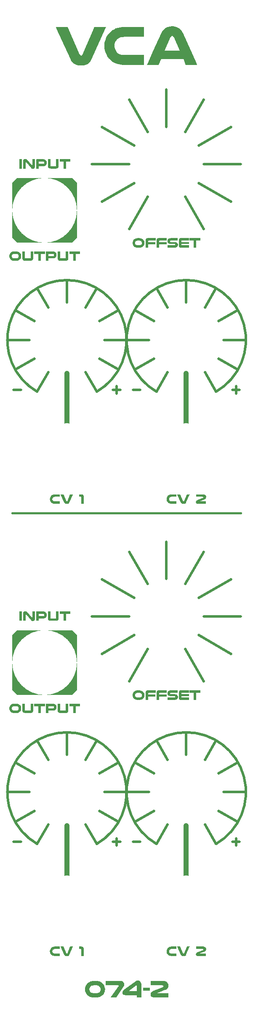
<source format=gto>
%TF.GenerationSoftware,KiCad,Pcbnew,9.0.0*%
%TF.CreationDate,2025-03-16T11:37:03+01:00*%
%TF.ProjectId,DMH_Transistor_VCA_PANEL,444d485f-5472-4616-9e73-6973746f725f,rev?*%
%TF.SameCoordinates,Original*%
%TF.FileFunction,Legend,Top*%
%TF.FilePolarity,Positive*%
%FSLAX46Y46*%
G04 Gerber Fmt 4.6, Leading zero omitted, Abs format (unit mm)*
G04 Created by KiCad (PCBNEW 9.0.0) date 2025-03-16 11:37:03*
%MOMM*%
%LPD*%
G01*
G04 APERTURE LIST*
%ADD10C,1.000000*%
%ADD11C,0.400000*%
%ADD12C,0.800000*%
%ADD13C,0.875000*%
%ADD14C,0.150000*%
%ADD15C,0.500000*%
%ADD16C,0.000000*%
%ADD17C,12.000000*%
%ADD18C,0.500000*%
%ADD19C,4.000000*%
%ADD20O,2.500000X1.500000*%
G04 APERTURE END LIST*
D10*
X63000000Y-112000000D02*
X63000000Y-102000000D01*
X63000000Y-202750000D02*
X63000000Y-192750000D01*
D11*
X52000000Y-130000000D02*
X98000000Y-130000000D01*
D10*
X87000000Y-202750000D02*
X87000000Y-192750000D01*
X87000000Y-112000000D02*
X87000000Y-102000000D01*
D12*
G36*
X63647593Y-38801891D02*
G01*
X63868032Y-39208240D01*
X64131234Y-39543203D01*
X64439033Y-39807810D01*
X64793263Y-40003088D01*
X65195757Y-40130067D01*
X65648349Y-40189774D01*
X65843824Y-40195052D01*
X66319460Y-40161965D01*
X66740892Y-40062018D01*
X67111162Y-39894183D01*
X67433311Y-39657431D01*
X67710380Y-39350734D01*
X67945410Y-38973062D01*
X68028332Y-38801891D01*
X70738451Y-32779839D01*
X70861549Y-32441807D01*
X68497279Y-32441807D01*
X68407397Y-32711451D01*
X66168179Y-37959741D01*
X65853594Y-38196168D01*
X65529240Y-37959741D01*
X63266574Y-32711451D01*
X63188416Y-32441807D01*
X60790928Y-32441807D01*
X60914027Y-32779839D01*
X63647593Y-38801891D01*
G37*
G36*
X78515143Y-38076978D02*
G01*
X74550593Y-38076978D01*
X74113080Y-38045361D01*
X73689571Y-37936626D01*
X73340297Y-37758351D01*
X73026518Y-37484933D01*
X72788746Y-37155530D01*
X72629184Y-36774034D01*
X72559640Y-36354757D01*
X72557572Y-36267627D01*
X72606331Y-35846507D01*
X72745478Y-35456947D01*
X72964320Y-35113813D01*
X73116399Y-34948715D01*
X73455885Y-34696766D01*
X73834909Y-34538911D01*
X74248440Y-34462369D01*
X74550593Y-34448506D01*
X78515143Y-34448506D01*
X78515143Y-32441807D01*
X74550593Y-32441807D01*
X74107228Y-32459385D01*
X73692416Y-32510989D01*
X73305218Y-32594924D01*
X72858624Y-32742729D01*
X72451878Y-32935094D01*
X72083146Y-33168712D01*
X71750593Y-33440272D01*
X71420079Y-33787663D01*
X71134877Y-34176351D01*
X70899371Y-34601551D01*
X70749691Y-34964782D01*
X70636866Y-35345869D01*
X70563138Y-35742360D01*
X70530753Y-36151805D01*
X70529379Y-36255903D01*
X70555920Y-36722989D01*
X70633516Y-37171354D01*
X70759126Y-37597733D01*
X70929708Y-37998862D01*
X71142222Y-38371476D01*
X71393627Y-38712311D01*
X71504397Y-38839016D01*
X71851943Y-39174083D01*
X72245151Y-39462193D01*
X72593465Y-39656165D01*
X72972497Y-39815448D01*
X73382910Y-39937980D01*
X73825368Y-40021700D01*
X74300536Y-40064547D01*
X74550593Y-40070000D01*
X78515143Y-40070000D01*
X78515143Y-38076978D01*
G37*
G36*
X84341772Y-32322140D02*
G01*
X84790294Y-32382856D01*
X85190060Y-32511397D01*
X85542635Y-32708167D01*
X85849585Y-32973567D01*
X86112474Y-33308000D01*
X86332868Y-33711870D01*
X89066434Y-39726106D01*
X89189533Y-40070000D01*
X86903420Y-40070000D01*
X86815492Y-39806217D01*
X86411026Y-38864417D01*
X81930635Y-38864417D01*
X81539847Y-39794494D01*
X81459735Y-40070000D01*
X79118912Y-40070000D01*
X79242010Y-39726106D01*
X80383936Y-37193796D01*
X82671180Y-37193796D01*
X85672436Y-37193796D01*
X84507886Y-34493447D01*
X84494320Y-34463444D01*
X84160084Y-34258974D01*
X84147480Y-34259142D01*
X83824006Y-34493447D01*
X82671180Y-37193796D01*
X80383936Y-37193796D01*
X81954083Y-33711870D01*
X82036986Y-33541964D01*
X82271918Y-33165917D01*
X82549104Y-32859145D01*
X82871942Y-32621246D01*
X83243832Y-32451816D01*
X83668171Y-32350453D01*
X84148360Y-32316755D01*
X84341772Y-32322140D01*
G37*
D13*
G36*
X68976488Y-223893568D02*
G01*
X69152175Y-223905313D01*
X69317283Y-223929624D01*
X69473154Y-223966196D01*
X69618952Y-224014298D01*
X69758376Y-224074980D01*
X69887899Y-224146500D01*
X70013418Y-224232387D01*
X70128851Y-224328709D01*
X70250509Y-224453742D01*
X70427607Y-224696849D01*
X70557332Y-224965618D01*
X70636341Y-225251559D01*
X70662919Y-225547725D01*
X70662865Y-225561527D01*
X70654629Y-225717379D01*
X70632825Y-225868689D01*
X70597348Y-226017389D01*
X70549131Y-226160071D01*
X70488025Y-226297700D01*
X70415233Y-226427799D01*
X70331092Y-226550146D01*
X70236562Y-226663518D01*
X70077392Y-226815963D01*
X69839621Y-226979464D01*
X69708413Y-227045113D01*
X69567876Y-227100070D01*
X69417663Y-227143855D01*
X69257765Y-227175872D01*
X69085939Y-227195753D01*
X68903851Y-227202501D01*
X68399062Y-227202501D01*
X68148958Y-227189555D01*
X67983309Y-227165145D01*
X67827404Y-227128692D01*
X67679974Y-227080298D01*
X67542110Y-227020738D01*
X67410783Y-226948799D01*
X67289119Y-226866303D01*
X67172711Y-226769982D01*
X67066351Y-226663518D01*
X67046950Y-226641937D01*
X66873126Y-226403931D01*
X66745065Y-226137206D01*
X66666561Y-225849585D01*
X66640409Y-225552426D01*
X67526902Y-225552426D01*
X67544136Y-225714176D01*
X67573066Y-225814604D01*
X67614732Y-225909085D01*
X67668351Y-225996778D01*
X67732707Y-226076022D01*
X67778103Y-226121826D01*
X67937139Y-226232588D01*
X68032562Y-226273619D01*
X68139491Y-226304088D01*
X68262445Y-226323639D01*
X68399062Y-226330340D01*
X68903851Y-226330340D01*
X68984564Y-226328080D01*
X69109151Y-226314520D01*
X69221336Y-226289369D01*
X69322818Y-226252921D01*
X69412984Y-226206164D01*
X69497193Y-226146018D01*
X69570207Y-226076022D01*
X69672350Y-225937830D01*
X69749826Y-225751199D01*
X69776012Y-225552426D01*
X69775865Y-225537276D01*
X69766667Y-225432109D01*
X69743804Y-225330683D01*
X69707577Y-225232955D01*
X69659122Y-225141642D01*
X69530884Y-224985020D01*
X69521089Y-224976058D01*
X69362691Y-224865872D01*
X69270439Y-224825831D01*
X69166127Y-224795924D01*
X69043320Y-224776495D01*
X68903851Y-224769811D01*
X68399062Y-224769811D01*
X68156901Y-224791668D01*
X68048207Y-224820317D01*
X67952354Y-224859647D01*
X67856180Y-224916587D01*
X67771816Y-224985020D01*
X67755899Y-225000351D01*
X67688187Y-225077249D01*
X67631074Y-225162847D01*
X67553197Y-225351667D01*
X67526902Y-225552426D01*
X66640409Y-225552426D01*
X66639995Y-225547725D01*
X66647252Y-225392268D01*
X66668551Y-225240859D01*
X66703241Y-225093958D01*
X66751730Y-224949518D01*
X66812780Y-224811198D01*
X66886607Y-224678250D01*
X66971871Y-224553052D01*
X67174062Y-224328709D01*
X67232496Y-224277663D01*
X67469675Y-224114372D01*
X67599595Y-224049148D01*
X67739012Y-223994421D01*
X67887677Y-223950934D01*
X68046411Y-223919059D01*
X68217273Y-223899258D01*
X68399062Y-223892521D01*
X68903851Y-223892521D01*
X68976488Y-223893568D01*
G37*
G36*
X73321289Y-224769811D02*
G01*
X73362799Y-224776100D01*
X73389626Y-224792764D01*
X73409338Y-224848030D01*
X73403915Y-224885991D01*
X73380059Y-224931164D01*
X71870822Y-227065511D01*
X71797305Y-227202501D01*
X72914594Y-227202501D01*
X72983195Y-227075342D01*
X74350314Y-225068368D01*
X74437831Y-224928017D01*
X74494733Y-224810696D01*
X74524724Y-224719137D01*
X74538739Y-224636736D01*
X74541373Y-224578539D01*
X74515072Y-224387559D01*
X74438305Y-224214802D01*
X74369762Y-224122904D01*
X74302459Y-224055576D01*
X74224354Y-223998493D01*
X74140833Y-223955232D01*
X74046639Y-223922640D01*
X73942588Y-223901726D01*
X73826997Y-223892799D01*
X73801501Y-223892521D01*
X70787941Y-223892521D01*
X70787941Y-224769811D01*
X73321289Y-224769811D01*
G37*
G36*
X77446783Y-223828064D02*
G01*
X77619649Y-223888441D01*
X77758601Y-223987196D01*
X77857738Y-224117778D01*
X77895406Y-224202448D01*
X77924040Y-224302834D01*
X77943038Y-224426199D01*
X77949660Y-224570631D01*
X77949660Y-227202501D01*
X77058051Y-227202501D01*
X77058051Y-226737462D01*
X74750170Y-226737462D01*
X74558799Y-226722776D01*
X74463989Y-226700163D01*
X74384134Y-226668128D01*
X74313067Y-226624079D01*
X74255212Y-226570980D01*
X74236898Y-226549055D01*
X74192567Y-226479508D01*
X74160687Y-226401676D01*
X74139666Y-226308392D01*
X74132755Y-226208310D01*
X74132919Y-226194495D01*
X74158758Y-226046061D01*
X74189662Y-225975504D01*
X74232369Y-225909540D01*
X75490043Y-225909540D01*
X75498689Y-225940532D01*
X75516751Y-225957118D01*
X75543898Y-225963395D01*
X77058051Y-225963395D01*
X77058051Y-224938430D01*
X77051743Y-224897322D01*
X77035356Y-224866992D01*
X76984534Y-224840336D01*
X76947081Y-224845866D01*
X76906102Y-224869829D01*
X75524237Y-225855471D01*
X75521598Y-225857104D01*
X75497407Y-225879776D01*
X75490043Y-225909540D01*
X74232369Y-225909540D01*
X74235551Y-225904625D01*
X74254204Y-225880839D01*
X74330989Y-225801888D01*
X74456102Y-225703521D01*
X76812923Y-223977365D01*
X76884032Y-223928482D01*
X77065563Y-223841011D01*
X77167227Y-223817695D01*
X77273474Y-223810456D01*
X77446783Y-223828064D01*
G37*
G36*
X78340113Y-225834741D02*
G01*
X79673037Y-225834741D01*
X79673037Y-225271394D01*
X78340113Y-225271394D01*
X78340113Y-225834741D01*
G37*
G36*
X79878843Y-224769811D02*
G01*
X82171978Y-224769811D01*
X82254078Y-224776826D01*
X82318169Y-224798574D01*
X82355193Y-224826307D01*
X82380799Y-224864059D01*
X82397444Y-224950826D01*
X82390563Y-225004009D01*
X82369747Y-225049492D01*
X82292084Y-225117738D01*
X82230962Y-225146373D01*
X80295368Y-225919371D01*
X80180828Y-225972858D01*
X80084731Y-226032134D01*
X80006016Y-226095946D01*
X79942796Y-226163643D01*
X79855393Y-226311695D01*
X79814353Y-226477773D01*
X79810241Y-226555807D01*
X79817162Y-226652877D01*
X79838254Y-226748425D01*
X79871947Y-226836016D01*
X79919353Y-226918457D01*
X79976529Y-226989329D01*
X80046441Y-227052571D01*
X80124771Y-227104097D01*
X80215151Y-227146131D01*
X80314850Y-227176678D01*
X80426492Y-227195861D01*
X80550114Y-227202501D01*
X83382445Y-227202501D01*
X83382445Y-226354917D01*
X81285071Y-226354917D01*
X81257582Y-226348475D01*
X81238073Y-226330734D01*
X81231215Y-226305977D01*
X81256180Y-226264562D01*
X81270538Y-226257036D01*
X82765030Y-225713993D01*
X82882516Y-225663650D01*
X82988954Y-225603589D01*
X83084680Y-225534243D01*
X83168853Y-225456810D01*
X83241830Y-225371445D01*
X83302681Y-225279646D01*
X83387763Y-225078474D01*
X83421153Y-224860506D01*
X83421555Y-224833284D01*
X83414769Y-224711776D01*
X83394624Y-224595820D01*
X83362081Y-224487872D01*
X83317223Y-224386677D01*
X83261279Y-224294252D01*
X83193965Y-224209702D01*
X83116357Y-224134354D01*
X83028156Y-224068012D01*
X82929832Y-224011406D01*
X82821514Y-223965042D01*
X82702829Y-223929392D01*
X82574610Y-223905376D01*
X82377783Y-223892521D01*
X79878843Y-223892521D01*
X79878843Y-224769811D01*
G37*
D14*
G36*
X61556647Y-127631622D02*
G01*
X60565509Y-127631622D01*
X60487442Y-127627793D01*
X60417183Y-127616621D01*
X60356080Y-127599210D01*
X60301553Y-127575764D01*
X60210675Y-127512471D01*
X60184735Y-127486297D01*
X60147960Y-127441015D01*
X60117320Y-127390905D01*
X60093511Y-127336916D01*
X60076980Y-127279528D01*
X60067132Y-127187100D01*
X60082158Y-127072380D01*
X60126659Y-126964483D01*
X60159295Y-126915570D01*
X60197987Y-126871628D01*
X60207083Y-126862868D01*
X60255291Y-126823763D01*
X60310247Y-126791226D01*
X60365020Y-126768752D01*
X60427131Y-126752381D01*
X60565509Y-126739891D01*
X61556647Y-126739891D01*
X61556647Y-126238583D01*
X60565509Y-126238583D01*
X60461630Y-126242432D01*
X60363994Y-126253747D01*
X60273289Y-126271962D01*
X60188338Y-126296811D01*
X60108671Y-126328084D01*
X60034431Y-126365355D01*
X59898900Y-126458664D01*
X59865509Y-126487833D01*
X59749971Y-126616029D01*
X59701249Y-126687571D01*
X59659062Y-126763541D01*
X59624176Y-126842581D01*
X59596468Y-126925118D01*
X59576646Y-127009061D01*
X59564475Y-127095581D01*
X59560328Y-127184413D01*
X59575508Y-127356905D01*
X59620368Y-127521260D01*
X59693546Y-127673674D01*
X59792873Y-127809677D01*
X59803960Y-127822009D01*
X59864737Y-127882846D01*
X59931256Y-127937887D01*
X60000778Y-127985027D01*
X60075822Y-128026135D01*
X60154601Y-128060170D01*
X60238847Y-128087823D01*
X60327936Y-128108653D01*
X60422593Y-128122602D01*
X60565509Y-128130000D01*
X61556647Y-128130000D01*
X61556647Y-127631622D01*
G37*
G36*
X62421877Y-127822254D02*
G01*
X62458323Y-127893246D01*
X62499689Y-127955918D01*
X62542810Y-128006923D01*
X62590450Y-128050835D01*
X62640861Y-128086575D01*
X62695701Y-128115819D01*
X62819764Y-128155194D01*
X62970691Y-128169078D01*
X63054323Y-128165156D01*
X63131359Y-128153334D01*
X63196958Y-128135292D01*
X63257332Y-128110352D01*
X63310602Y-128079831D01*
X63359412Y-128042821D01*
X63444671Y-127948673D01*
X63516574Y-127822254D01*
X64194225Y-126322602D01*
X64225000Y-126238583D01*
X63634176Y-126238583D01*
X63611828Y-126305750D01*
X63051779Y-127612327D01*
X63034471Y-127642458D01*
X63014296Y-127660856D01*
X62973377Y-127671067D01*
X62946165Y-127666974D01*
X62921729Y-127653950D01*
X62892289Y-127612327D01*
X62326622Y-126305750D01*
X62307083Y-126238583D01*
X61707833Y-126238583D01*
X61738608Y-126322602D01*
X62421877Y-127822254D01*
G37*
G36*
X65488468Y-126238583D02*
G01*
X65488468Y-126739891D01*
X65799267Y-126739891D01*
X65829418Y-126743832D01*
X65851269Y-126755788D01*
X65870245Y-126793750D01*
X65872174Y-126818171D01*
X65872174Y-128130000D01*
X66376169Y-128130000D01*
X66376169Y-126742578D01*
X66372112Y-126636663D01*
X66359346Y-126544096D01*
X66342073Y-126478849D01*
X66318070Y-126421875D01*
X66291044Y-126378482D01*
X66258137Y-126341202D01*
X66177997Y-126286617D01*
X66069548Y-126252156D01*
X65908566Y-126238583D01*
X65488468Y-126238583D01*
G37*
G36*
X53392515Y-58988583D02*
G01*
X53392515Y-60880000D01*
X53902128Y-60880000D01*
X53902128Y-58988583D01*
X53392515Y-58988583D01*
G37*
G36*
X56534089Y-58988583D02*
G01*
X56038520Y-58988583D01*
X56038520Y-60211385D01*
X56034857Y-60235490D01*
X56024841Y-60251795D01*
X55999319Y-60261699D01*
X55974452Y-60257852D01*
X55951692Y-60239351D01*
X55027721Y-59134152D01*
X54974423Y-59074903D01*
X54920380Y-59027972D01*
X54871744Y-58996457D01*
X54820419Y-58972763D01*
X54707120Y-58946323D01*
X54618981Y-58941688D01*
X54541934Y-58945687D01*
X54470200Y-58958050D01*
X54412089Y-58976278D01*
X54359214Y-59001778D01*
X54316239Y-59031497D01*
X54278392Y-59067778D01*
X54247560Y-59108554D01*
X54222041Y-59155736D01*
X54188371Y-59269745D01*
X54179344Y-59384989D01*
X54179344Y-60880000D01*
X54677721Y-60880000D01*
X54677721Y-59595282D01*
X54681353Y-59573526D01*
X54691144Y-59557092D01*
X54724003Y-59542056D01*
X54725349Y-59542037D01*
X54744053Y-59545945D01*
X54761153Y-59557669D01*
X54770167Y-59567316D01*
X55808932Y-60770701D01*
X55849925Y-60812155D01*
X55894959Y-60846419D01*
X55995825Y-60893814D01*
X56119251Y-60916861D01*
X56178471Y-60919078D01*
X56235556Y-60915120D01*
X56290662Y-60903044D01*
X56339462Y-60884140D01*
X56384741Y-60857626D01*
X56423105Y-60825753D01*
X56456932Y-60786818D01*
X56484411Y-60742745D01*
X56506465Y-60691839D01*
X56522304Y-60634740D01*
X56531665Y-60570646D01*
X56534089Y-60513513D01*
X56534089Y-58988583D01*
G37*
G36*
X58353339Y-58999453D02*
G01*
X58435004Y-59014902D01*
X58509376Y-59036626D01*
X58578855Y-59065156D01*
X58641785Y-59099570D01*
X58703549Y-59143281D01*
X58759019Y-59193014D01*
X58833852Y-59281132D01*
X58908270Y-59411146D01*
X58953748Y-59551712D01*
X58968946Y-59696032D01*
X58967894Y-59733887D01*
X58959650Y-59808421D01*
X58943556Y-59881076D01*
X58919400Y-59952888D01*
X58887895Y-60021620D01*
X58849155Y-60087193D01*
X58803838Y-60148492D01*
X58765235Y-60191013D01*
X58656682Y-60280127D01*
X58595277Y-60315895D01*
X58527923Y-60346097D01*
X58454430Y-60370306D01*
X58374435Y-60388165D01*
X58286145Y-60399399D01*
X58190544Y-60403237D01*
X57319818Y-60403237D01*
X57319818Y-60880000D01*
X56813014Y-60880000D01*
X56813014Y-59528848D01*
X57319818Y-59528848D01*
X57319818Y-59938443D01*
X58201779Y-59938443D01*
X58271404Y-59933348D01*
X58317361Y-59922341D01*
X58355920Y-59905599D01*
X58391452Y-59880522D01*
X58420132Y-59849295D01*
X58450253Y-59796432D01*
X58461160Y-59757970D01*
X58464951Y-59715572D01*
X58455708Y-59647764D01*
X58440094Y-59608598D01*
X58417324Y-59573422D01*
X58385313Y-59542248D01*
X58351921Y-59520819D01*
X58311672Y-59504504D01*
X58261452Y-59493672D01*
X58201779Y-59489891D01*
X57356210Y-59489891D01*
X57334220Y-59495245D01*
X57323572Y-59507832D01*
X57319818Y-59528848D01*
X56813014Y-59528848D01*
X56813014Y-59106186D01*
X56826142Y-59042338D01*
X56841701Y-59020423D01*
X56863179Y-59004214D01*
X56895748Y-58992491D01*
X56936235Y-58988583D01*
X58190544Y-58988583D01*
X58353339Y-58999453D01*
G37*
G36*
X60674127Y-60880000D02*
G01*
X60788824Y-60876056D01*
X60891497Y-60864083D01*
X60972397Y-60846682D01*
X61044474Y-60822716D01*
X61102640Y-60795062D01*
X61153891Y-60761734D01*
X61196322Y-60724741D01*
X61232852Y-60682440D01*
X61288823Y-60581636D01*
X61324352Y-60451795D01*
X61337735Y-60275376D01*
X61337735Y-58988583D01*
X60828123Y-58988583D01*
X60828123Y-60219445D01*
X60824206Y-60267883D01*
X60812419Y-60308305D01*
X60795782Y-60336991D01*
X60773149Y-60359866D01*
X60711591Y-60388151D01*
X60640544Y-60395666D01*
X59853716Y-60395666D01*
X59802069Y-60391758D01*
X59759442Y-60380034D01*
X59729763Y-60363681D01*
X59706393Y-60341536D01*
X59678498Y-60282498D01*
X59671755Y-60219445D01*
X59671755Y-58988583D01*
X59162142Y-58988583D01*
X59162142Y-60275376D01*
X59166108Y-60376061D01*
X59178241Y-60466921D01*
X59195879Y-60538680D01*
X59220303Y-60603176D01*
X59248771Y-60655901D01*
X59283288Y-60702775D01*
X59322314Y-60742396D01*
X59367250Y-60776808D01*
X59477042Y-60830936D01*
X59621962Y-60866238D01*
X59825750Y-60880000D01*
X60674127Y-60880000D01*
G37*
G36*
X61522016Y-58988583D02*
G01*
X61522016Y-59489891D01*
X62353663Y-59489891D01*
X62353663Y-60880000D01*
X62863154Y-60880000D01*
X62863154Y-59489891D01*
X63691992Y-59489891D01*
X63691992Y-58988583D01*
X61522016Y-58988583D01*
G37*
G36*
X53392515Y-149738583D02*
G01*
X53392515Y-151630000D01*
X53902128Y-151630000D01*
X53902128Y-149738583D01*
X53392515Y-149738583D01*
G37*
G36*
X56534089Y-149738583D02*
G01*
X56038520Y-149738583D01*
X56038520Y-150961385D01*
X56034857Y-150985490D01*
X56024841Y-151001795D01*
X55999319Y-151011699D01*
X55974452Y-151007852D01*
X55951692Y-150989351D01*
X55027721Y-149884152D01*
X54974423Y-149824903D01*
X54920380Y-149777972D01*
X54871744Y-149746457D01*
X54820419Y-149722763D01*
X54707120Y-149696323D01*
X54618981Y-149691688D01*
X54541934Y-149695687D01*
X54470200Y-149708050D01*
X54412089Y-149726278D01*
X54359214Y-149751778D01*
X54316239Y-149781497D01*
X54278392Y-149817778D01*
X54247560Y-149858554D01*
X54222041Y-149905736D01*
X54188371Y-150019745D01*
X54179344Y-150134989D01*
X54179344Y-151630000D01*
X54677721Y-151630000D01*
X54677721Y-150345282D01*
X54681353Y-150323526D01*
X54691144Y-150307092D01*
X54724003Y-150292056D01*
X54725349Y-150292037D01*
X54744053Y-150295945D01*
X54761153Y-150307669D01*
X54770167Y-150317316D01*
X55808932Y-151520701D01*
X55849925Y-151562155D01*
X55894959Y-151596419D01*
X55995825Y-151643814D01*
X56119251Y-151666861D01*
X56178471Y-151669078D01*
X56235556Y-151665120D01*
X56290662Y-151653044D01*
X56339462Y-151634140D01*
X56384741Y-151607626D01*
X56423105Y-151575753D01*
X56456932Y-151536818D01*
X56484411Y-151492745D01*
X56506465Y-151441839D01*
X56522304Y-151384740D01*
X56531665Y-151320646D01*
X56534089Y-151263513D01*
X56534089Y-149738583D01*
G37*
G36*
X58353339Y-149749453D02*
G01*
X58435004Y-149764902D01*
X58509376Y-149786626D01*
X58578855Y-149815156D01*
X58641785Y-149849570D01*
X58703549Y-149893281D01*
X58759019Y-149943014D01*
X58833852Y-150031132D01*
X58908270Y-150161146D01*
X58953748Y-150301712D01*
X58968946Y-150446032D01*
X58967894Y-150483887D01*
X58959650Y-150558421D01*
X58943556Y-150631076D01*
X58919400Y-150702888D01*
X58887895Y-150771620D01*
X58849155Y-150837193D01*
X58803838Y-150898492D01*
X58765235Y-150941013D01*
X58656682Y-151030127D01*
X58595277Y-151065895D01*
X58527923Y-151096097D01*
X58454430Y-151120306D01*
X58374435Y-151138165D01*
X58286145Y-151149399D01*
X58190544Y-151153237D01*
X57319818Y-151153237D01*
X57319818Y-151630000D01*
X56813014Y-151630000D01*
X56813014Y-150278848D01*
X57319818Y-150278848D01*
X57319818Y-150688443D01*
X58201779Y-150688443D01*
X58271404Y-150683348D01*
X58317361Y-150672341D01*
X58355920Y-150655599D01*
X58391452Y-150630522D01*
X58420132Y-150599295D01*
X58450253Y-150546432D01*
X58461160Y-150507970D01*
X58464951Y-150465572D01*
X58455708Y-150397764D01*
X58440094Y-150358598D01*
X58417324Y-150323422D01*
X58385313Y-150292248D01*
X58351921Y-150270819D01*
X58311672Y-150254504D01*
X58261452Y-150243672D01*
X58201779Y-150239891D01*
X57356210Y-150239891D01*
X57334220Y-150245245D01*
X57323572Y-150257832D01*
X57319818Y-150278848D01*
X56813014Y-150278848D01*
X56813014Y-149856186D01*
X56826142Y-149792338D01*
X56841701Y-149770423D01*
X56863179Y-149754214D01*
X56895748Y-149742491D01*
X56936235Y-149738583D01*
X58190544Y-149738583D01*
X58353339Y-149749453D01*
G37*
G36*
X60674127Y-151630000D02*
G01*
X60788824Y-151626056D01*
X60891497Y-151614083D01*
X60972397Y-151596682D01*
X61044474Y-151572716D01*
X61102640Y-151545062D01*
X61153891Y-151511734D01*
X61196322Y-151474741D01*
X61232852Y-151432440D01*
X61288823Y-151331636D01*
X61324352Y-151201795D01*
X61337735Y-151025376D01*
X61337735Y-149738583D01*
X60828123Y-149738583D01*
X60828123Y-150969445D01*
X60824206Y-151017883D01*
X60812419Y-151058305D01*
X60795782Y-151086991D01*
X60773149Y-151109866D01*
X60711591Y-151138151D01*
X60640544Y-151145666D01*
X59853716Y-151145666D01*
X59802069Y-151141758D01*
X59759442Y-151130034D01*
X59729763Y-151113681D01*
X59706393Y-151091536D01*
X59678498Y-151032498D01*
X59671755Y-150969445D01*
X59671755Y-149738583D01*
X59162142Y-149738583D01*
X59162142Y-151025376D01*
X59166108Y-151126061D01*
X59178241Y-151216921D01*
X59195879Y-151288680D01*
X59220303Y-151353176D01*
X59248771Y-151405901D01*
X59283288Y-151452775D01*
X59322314Y-151492396D01*
X59367250Y-151526808D01*
X59477042Y-151580936D01*
X59621962Y-151616238D01*
X59825750Y-151630000D01*
X60674127Y-151630000D01*
G37*
G36*
X61522016Y-149738583D02*
G01*
X61522016Y-150239891D01*
X62353663Y-150239891D01*
X62353663Y-151630000D01*
X62863154Y-151630000D01*
X62863154Y-150239891D01*
X63691992Y-150239891D01*
X63691992Y-149738583D01*
X61522016Y-149738583D01*
G37*
G36*
X61556647Y-218381622D02*
G01*
X60565509Y-218381622D01*
X60487442Y-218377793D01*
X60417183Y-218366621D01*
X60356080Y-218349210D01*
X60301553Y-218325764D01*
X60210675Y-218262471D01*
X60184735Y-218236297D01*
X60147960Y-218191015D01*
X60117320Y-218140905D01*
X60093511Y-218086916D01*
X60076980Y-218029528D01*
X60067132Y-217937100D01*
X60082158Y-217822380D01*
X60126659Y-217714483D01*
X60159295Y-217665570D01*
X60197987Y-217621628D01*
X60207083Y-217612868D01*
X60255291Y-217573763D01*
X60310247Y-217541226D01*
X60365020Y-217518752D01*
X60427131Y-217502381D01*
X60565509Y-217489891D01*
X61556647Y-217489891D01*
X61556647Y-216988583D01*
X60565509Y-216988583D01*
X60461630Y-216992432D01*
X60363994Y-217003747D01*
X60273289Y-217021962D01*
X60188338Y-217046811D01*
X60108671Y-217078084D01*
X60034431Y-217115355D01*
X59898900Y-217208664D01*
X59865509Y-217237833D01*
X59749971Y-217366029D01*
X59701249Y-217437571D01*
X59659062Y-217513541D01*
X59624176Y-217592581D01*
X59596468Y-217675118D01*
X59576646Y-217759061D01*
X59564475Y-217845581D01*
X59560328Y-217934413D01*
X59575508Y-218106905D01*
X59620368Y-218271260D01*
X59693546Y-218423674D01*
X59792873Y-218559677D01*
X59803960Y-218572009D01*
X59864737Y-218632846D01*
X59931256Y-218687887D01*
X60000778Y-218735027D01*
X60075822Y-218776135D01*
X60154601Y-218810170D01*
X60238847Y-218837823D01*
X60327936Y-218858653D01*
X60422593Y-218872602D01*
X60565509Y-218880000D01*
X61556647Y-218880000D01*
X61556647Y-218381622D01*
G37*
G36*
X62421877Y-218572254D02*
G01*
X62458323Y-218643246D01*
X62499689Y-218705918D01*
X62542810Y-218756923D01*
X62590450Y-218800835D01*
X62640861Y-218836575D01*
X62695701Y-218865819D01*
X62819764Y-218905194D01*
X62970691Y-218919078D01*
X63054323Y-218915156D01*
X63131359Y-218903334D01*
X63196958Y-218885292D01*
X63257332Y-218860352D01*
X63310602Y-218829831D01*
X63359412Y-218792821D01*
X63444671Y-218698673D01*
X63516574Y-218572254D01*
X64194225Y-217072602D01*
X64225000Y-216988583D01*
X63634176Y-216988583D01*
X63611828Y-217055750D01*
X63051779Y-218362327D01*
X63034471Y-218392458D01*
X63014296Y-218410856D01*
X62973377Y-218421067D01*
X62946165Y-218416974D01*
X62921729Y-218403950D01*
X62892289Y-218362327D01*
X62326622Y-217055750D01*
X62307083Y-216988583D01*
X61707833Y-216988583D01*
X61738608Y-217072602D01*
X62421877Y-218572254D01*
G37*
G36*
X65488468Y-216988583D02*
G01*
X65488468Y-217489891D01*
X65799267Y-217489891D01*
X65829418Y-217493832D01*
X65851269Y-217505788D01*
X65870245Y-217543750D01*
X65872174Y-217568171D01*
X65872174Y-218880000D01*
X66376169Y-218880000D01*
X66376169Y-217492578D01*
X66372112Y-217386663D01*
X66359346Y-217294096D01*
X66342073Y-217228849D01*
X66318070Y-217171875D01*
X66291044Y-217128482D01*
X66258137Y-217091202D01*
X66177997Y-217036617D01*
X66069548Y-217002156D01*
X65908566Y-216988583D01*
X65488468Y-216988583D01*
G37*
G36*
X85032013Y-127631622D02*
G01*
X84040875Y-127631622D01*
X83962808Y-127627793D01*
X83892549Y-127616621D01*
X83831446Y-127599210D01*
X83776919Y-127575764D01*
X83686041Y-127512471D01*
X83660101Y-127486297D01*
X83623326Y-127441015D01*
X83592686Y-127390905D01*
X83568877Y-127336916D01*
X83552346Y-127279528D01*
X83542498Y-127187100D01*
X83557524Y-127072380D01*
X83602025Y-126964483D01*
X83634661Y-126915570D01*
X83673353Y-126871628D01*
X83682449Y-126862868D01*
X83730657Y-126823763D01*
X83785613Y-126791226D01*
X83840386Y-126768752D01*
X83902497Y-126752381D01*
X84040875Y-126739891D01*
X85032013Y-126739891D01*
X85032013Y-126238583D01*
X84040875Y-126238583D01*
X83936996Y-126242432D01*
X83839360Y-126253747D01*
X83748655Y-126271962D01*
X83663704Y-126296811D01*
X83584037Y-126328084D01*
X83509797Y-126365355D01*
X83374266Y-126458664D01*
X83340875Y-126487833D01*
X83225337Y-126616029D01*
X83176615Y-126687571D01*
X83134428Y-126763541D01*
X83099542Y-126842581D01*
X83071834Y-126925118D01*
X83052012Y-127009061D01*
X83039841Y-127095581D01*
X83035694Y-127184413D01*
X83050874Y-127356905D01*
X83095734Y-127521260D01*
X83168912Y-127673674D01*
X83268239Y-127809677D01*
X83279326Y-127822009D01*
X83340103Y-127882846D01*
X83406622Y-127937887D01*
X83476144Y-127985027D01*
X83551188Y-128026135D01*
X83629967Y-128060170D01*
X83714213Y-128087823D01*
X83803302Y-128108653D01*
X83897959Y-128122602D01*
X84040875Y-128130000D01*
X85032013Y-128130000D01*
X85032013Y-127631622D01*
G37*
G36*
X85897243Y-127822254D02*
G01*
X85933689Y-127893246D01*
X85975055Y-127955918D01*
X86018176Y-128006923D01*
X86065816Y-128050835D01*
X86116227Y-128086575D01*
X86171067Y-128115819D01*
X86295130Y-128155194D01*
X86446057Y-128169078D01*
X86529689Y-128165156D01*
X86606725Y-128153334D01*
X86672324Y-128135292D01*
X86732698Y-128110352D01*
X86785968Y-128079831D01*
X86834778Y-128042821D01*
X86920037Y-127948673D01*
X86991940Y-127822254D01*
X87669591Y-126322602D01*
X87700366Y-126238583D01*
X87109542Y-126238583D01*
X87087194Y-126305750D01*
X86527145Y-127612327D01*
X86509837Y-127642458D01*
X86489662Y-127660856D01*
X86448743Y-127671067D01*
X86421531Y-127666974D01*
X86397095Y-127653950D01*
X86367655Y-127612327D01*
X85801988Y-126305750D01*
X85782449Y-126238583D01*
X85183199Y-126238583D01*
X85213974Y-126322602D01*
X85897243Y-127822254D01*
G37*
G36*
X88975069Y-126739891D02*
G01*
X90285432Y-126739891D01*
X90332346Y-126743900D01*
X90368970Y-126756327D01*
X90390127Y-126772174D01*
X90404759Y-126793747D01*
X90414270Y-126843328D01*
X90410338Y-126873718D01*
X90398443Y-126899709D01*
X90354064Y-126938706D01*
X90319138Y-126955069D01*
X89213084Y-127396782D01*
X89147632Y-127427347D01*
X89092720Y-127461219D01*
X89047740Y-127497682D01*
X89011614Y-127536367D01*
X88961670Y-127620968D01*
X88938218Y-127715870D01*
X88935868Y-127760460D01*
X88939823Y-127815929D01*
X88951876Y-127870528D01*
X88971129Y-127920580D01*
X88998218Y-127967689D01*
X89030890Y-128008187D01*
X89070840Y-128044325D01*
X89115600Y-128073769D01*
X89167246Y-128097789D01*
X89224217Y-128115244D01*
X89288012Y-128126205D01*
X89358653Y-128130000D01*
X90977128Y-128130000D01*
X90977128Y-127645666D01*
X89778628Y-127645666D01*
X89762921Y-127641985D01*
X89751772Y-127631847D01*
X89747854Y-127617700D01*
X89762119Y-127594035D01*
X89770324Y-127589734D01*
X90624319Y-127279424D01*
X90691454Y-127250657D01*
X90752276Y-127216336D01*
X90806976Y-127176710D01*
X90855075Y-127132462D01*
X90896776Y-127083682D01*
X90931548Y-127031226D01*
X90980167Y-126916270D01*
X90999246Y-126791717D01*
X90999476Y-126776161D01*
X90995599Y-126706728D01*
X90984087Y-126640468D01*
X90965492Y-126578783D01*
X90939858Y-126520958D01*
X90907890Y-126468143D01*
X90869425Y-126419829D01*
X90825077Y-126376773D01*
X90774677Y-126338863D01*
X90718492Y-126306517D01*
X90656596Y-126280023D01*
X90588776Y-126259652D01*
X90515508Y-126245928D01*
X90403035Y-126238583D01*
X88975069Y-126238583D01*
X88975069Y-126739891D01*
G37*
G36*
X77635069Y-74839181D02*
G01*
X77735462Y-74845892D01*
X77829809Y-74859784D01*
X77918878Y-74880683D01*
X78002191Y-74908169D01*
X78081863Y-74942845D01*
X78155876Y-74983713D01*
X78227601Y-75032792D01*
X78293563Y-75087833D01*
X78363081Y-75159281D01*
X78464280Y-75298198D01*
X78538409Y-75451781D01*
X78583557Y-75615176D01*
X78598744Y-75784413D01*
X78598713Y-75792301D01*
X78594007Y-75881359D01*
X78581547Y-75967822D01*
X78561275Y-76052793D01*
X78533723Y-76134326D01*
X78498805Y-76212971D01*
X78457210Y-76287313D01*
X78409129Y-76357226D01*
X78355112Y-76422009D01*
X78264172Y-76509144D01*
X78128342Y-76602550D01*
X78053363Y-76640063D01*
X77973048Y-76671466D01*
X77887198Y-76696487D01*
X77795812Y-76714783D01*
X77697617Y-76726144D01*
X77593563Y-76730000D01*
X77195935Y-76730000D01*
X77053019Y-76722602D01*
X76958362Y-76708653D01*
X76869273Y-76687823D01*
X76785027Y-76660170D01*
X76706248Y-76626135D01*
X76631204Y-76585027D01*
X76561682Y-76537887D01*
X76495163Y-76482846D01*
X76434386Y-76422009D01*
X76423299Y-76409677D01*
X76323972Y-76273674D01*
X76250794Y-76121260D01*
X76205934Y-75956905D01*
X76190990Y-75787100D01*
X76697558Y-75787100D01*
X76707406Y-75879528D01*
X76723937Y-75936916D01*
X76747746Y-75990905D01*
X76778386Y-76041015D01*
X76815161Y-76086297D01*
X76841101Y-76112471D01*
X76931979Y-76175764D01*
X76986506Y-76199210D01*
X77047609Y-76216621D01*
X77117868Y-76227793D01*
X77195935Y-76231622D01*
X77593563Y-76231622D01*
X77639684Y-76230330D01*
X77710877Y-76222582D01*
X77774982Y-76208210D01*
X77832972Y-76187383D01*
X77884496Y-76160665D01*
X77932615Y-76126295D01*
X77974337Y-76086297D01*
X78032705Y-76007330D01*
X78076977Y-75900684D01*
X78091940Y-75787100D01*
X78091861Y-75778682D01*
X78086634Y-75718558D01*
X78073594Y-75660570D01*
X78052909Y-75604675D01*
X78025235Y-75552450D01*
X77951989Y-75462868D01*
X77946391Y-75457747D01*
X77855857Y-75394790D01*
X77803108Y-75371905D01*
X77743466Y-75354813D01*
X77673268Y-75343710D01*
X77593563Y-75339891D01*
X77195935Y-75339891D01*
X77057557Y-75352381D01*
X76995446Y-75368752D01*
X76940673Y-75391226D01*
X76885717Y-75423763D01*
X76837509Y-75462868D01*
X76828413Y-75471628D01*
X76789721Y-75515570D01*
X76757085Y-75564483D01*
X76712584Y-75672380D01*
X76697558Y-75787100D01*
X76190990Y-75787100D01*
X76190754Y-75784413D01*
X76194901Y-75695581D01*
X76207072Y-75609061D01*
X76226894Y-75525118D01*
X76254602Y-75442581D01*
X76289488Y-75363541D01*
X76331675Y-75287571D01*
X76380397Y-75216029D01*
X76495935Y-75087833D01*
X76529326Y-75058664D01*
X76664857Y-74965355D01*
X76739097Y-74928084D01*
X76818764Y-74896811D01*
X76903715Y-74871962D01*
X76994420Y-74853747D01*
X77092056Y-74842432D01*
X77195935Y-74838583D01*
X77593563Y-74838583D01*
X77635069Y-74839181D01*
G37*
G36*
X79180042Y-74838583D02*
G01*
X79110613Y-74842505D01*
X79049012Y-74854325D01*
X79000567Y-74871655D01*
X78958416Y-74895428D01*
X78924708Y-74923541D01*
X78896528Y-74957389D01*
X78856865Y-75042285D01*
X78839045Y-75157647D01*
X78838468Y-75185896D01*
X78838468Y-76730000D01*
X79345272Y-76730000D01*
X79345272Y-76098387D01*
X80820866Y-76098387D01*
X80820866Y-75627976D01*
X79345272Y-75627976D01*
X79345272Y-75423789D01*
X79349215Y-75389951D01*
X79361180Y-75364801D01*
X79398302Y-75342457D01*
X79423674Y-75339891D01*
X80829292Y-75339891D01*
X80829292Y-74838583D01*
X79180042Y-74838583D01*
G37*
G36*
X81391905Y-74838583D02*
G01*
X81322476Y-74842505D01*
X81260876Y-74854325D01*
X81212431Y-74871655D01*
X81170280Y-74895428D01*
X81136571Y-74923541D01*
X81108391Y-74957389D01*
X81068728Y-75042285D01*
X81050908Y-75157647D01*
X81050332Y-75185896D01*
X81050332Y-76730000D01*
X81557136Y-76730000D01*
X81557136Y-76098387D01*
X83032729Y-76098387D01*
X83032729Y-75627976D01*
X81557136Y-75627976D01*
X81557136Y-75423789D01*
X81561078Y-75389951D01*
X81573043Y-75364801D01*
X81610165Y-75342457D01*
X81635538Y-75339891D01*
X83041155Y-75339891D01*
X83041155Y-74838583D01*
X81391905Y-74838583D01*
G37*
G36*
X85244592Y-74838583D02*
G01*
X83855827Y-74838583D01*
X83756782Y-74842407D01*
X83669343Y-74853546D01*
X83595609Y-74870569D01*
X83530532Y-74893379D01*
X83423110Y-74954188D01*
X83360136Y-75009431D01*
X83315945Y-75060451D01*
X83277982Y-75116229D01*
X83246962Y-75175740D01*
X83223078Y-75238821D01*
X83207108Y-75303381D01*
X83198892Y-75370299D01*
X83197837Y-75404616D01*
X83201690Y-75472586D01*
X83213030Y-75537920D01*
X83257489Y-75660632D01*
X83329690Y-75769918D01*
X83357450Y-75800533D01*
X83406158Y-75844731D01*
X83462208Y-75883348D01*
X83519736Y-75912712D01*
X83585085Y-75936636D01*
X83657452Y-75954342D01*
X83739021Y-75965988D01*
X83855827Y-75971381D01*
X84625803Y-75971381D01*
X84683313Y-75975293D01*
X84724589Y-75987041D01*
X84760136Y-76012903D01*
X84792018Y-76065446D01*
X84799337Y-76112676D01*
X84795532Y-76145618D01*
X84784529Y-76175289D01*
X84768563Y-76198527D01*
X84745937Y-76219276D01*
X84715168Y-76234224D01*
X84625803Y-76245666D01*
X83248151Y-76245666D01*
X83248151Y-76730000D01*
X84715318Y-76730000D01*
X84799857Y-76726162D01*
X84877201Y-76714927D01*
X84946151Y-76697208D01*
X85008881Y-76673219D01*
X85117134Y-76607858D01*
X85194156Y-76534117D01*
X85269944Y-76422234D01*
X85297670Y-76360487D01*
X85317974Y-76295741D01*
X85329991Y-76231242D01*
X85334107Y-76165310D01*
X85319026Y-76039721D01*
X85273865Y-75917838D01*
X85199916Y-75806404D01*
X85171808Y-75775376D01*
X85122307Y-75730374D01*
X85066275Y-75691170D01*
X85008438Y-75660803D01*
X84944081Y-75636435D01*
X84875004Y-75619031D01*
X84798915Y-75608236D01*
X84715318Y-75604528D01*
X83883793Y-75604528D01*
X83827155Y-75600450D01*
X83789956Y-75587531D01*
X83774616Y-75576441D01*
X83753038Y-75554054D01*
X83737086Y-75526072D01*
X83726989Y-75475080D01*
X83730814Y-75440683D01*
X83741958Y-75409888D01*
X83766190Y-75376406D01*
X83790284Y-75358352D01*
X83823530Y-75345961D01*
X83883793Y-75339891D01*
X85244592Y-75339891D01*
X85244592Y-74838583D01*
G37*
G36*
X85803420Y-74838583D02*
G01*
X85740662Y-74842496D01*
X85686233Y-74854258D01*
X85645062Y-74871213D01*
X85610398Y-74894346D01*
X85583864Y-74921599D01*
X85563027Y-74954297D01*
X85538220Y-75037702D01*
X85534630Y-75093450D01*
X85534630Y-76466828D01*
X85538533Y-76526739D01*
X85550221Y-76578855D01*
X85567251Y-76618903D01*
X85590466Y-76652761D01*
X85651403Y-76700051D01*
X85737006Y-76725709D01*
X85800611Y-76730000D01*
X87525454Y-76730000D01*
X87525454Y-76245666D01*
X86086253Y-76245666D01*
X86064275Y-76241758D01*
X86049816Y-76230034D01*
X86041434Y-76195840D01*
X86041434Y-75968572D01*
X87517027Y-75968572D01*
X87517027Y-75604528D01*
X86041434Y-75604528D01*
X86041434Y-75387763D01*
X86045418Y-75363440D01*
X86057673Y-75347456D01*
X86086253Y-75339891D01*
X87525454Y-75339891D01*
X87525454Y-74838583D01*
X85803420Y-74838583D01*
G37*
G36*
X87678960Y-74838583D02*
G01*
X87678960Y-75339891D01*
X88510607Y-75339891D01*
X88510607Y-76730000D01*
X89020098Y-76730000D01*
X89020098Y-75339891D01*
X89848936Y-75339891D01*
X89848936Y-74838583D01*
X87678960Y-74838583D01*
G37*
G36*
X52841000Y-77489181D02*
G01*
X52941393Y-77495892D01*
X53035740Y-77509784D01*
X53124809Y-77530683D01*
X53208122Y-77558169D01*
X53287794Y-77592845D01*
X53361807Y-77633713D01*
X53433532Y-77682792D01*
X53499494Y-77737833D01*
X53569012Y-77809281D01*
X53670211Y-77948198D01*
X53744340Y-78101781D01*
X53789488Y-78265176D01*
X53804675Y-78434413D01*
X53804644Y-78442301D01*
X53799938Y-78531359D01*
X53787478Y-78617822D01*
X53767206Y-78702793D01*
X53739654Y-78784326D01*
X53704736Y-78862971D01*
X53663141Y-78937313D01*
X53615060Y-79007226D01*
X53561043Y-79072009D01*
X53470103Y-79159144D01*
X53334273Y-79252550D01*
X53259294Y-79290063D01*
X53178979Y-79321466D01*
X53093129Y-79346487D01*
X53001743Y-79364783D01*
X52903548Y-79376144D01*
X52799494Y-79380000D01*
X52401866Y-79380000D01*
X52258950Y-79372602D01*
X52164293Y-79358653D01*
X52075204Y-79337823D01*
X51990958Y-79310170D01*
X51912179Y-79276135D01*
X51837135Y-79235027D01*
X51767613Y-79187887D01*
X51701094Y-79132846D01*
X51640317Y-79072009D01*
X51629230Y-79059677D01*
X51529903Y-78923674D01*
X51456725Y-78771260D01*
X51411865Y-78606905D01*
X51396921Y-78437100D01*
X51903489Y-78437100D01*
X51913337Y-78529528D01*
X51929868Y-78586916D01*
X51953677Y-78640905D01*
X51984317Y-78691015D01*
X52021092Y-78736297D01*
X52047032Y-78762471D01*
X52137910Y-78825764D01*
X52192437Y-78849210D01*
X52253540Y-78866621D01*
X52323799Y-78877793D01*
X52401866Y-78881622D01*
X52799494Y-78881622D01*
X52845615Y-78880330D01*
X52916808Y-78872582D01*
X52980913Y-78858210D01*
X53038903Y-78837383D01*
X53090427Y-78810665D01*
X53138546Y-78776295D01*
X53180268Y-78736297D01*
X53238636Y-78657330D01*
X53282908Y-78550684D01*
X53297871Y-78437100D01*
X53297792Y-78428682D01*
X53292565Y-78368558D01*
X53279525Y-78310570D01*
X53258840Y-78254675D01*
X53231166Y-78202450D01*
X53157920Y-78112868D01*
X53152322Y-78107747D01*
X53061788Y-78044790D01*
X53009039Y-78021905D01*
X52949397Y-78004813D01*
X52879199Y-77993710D01*
X52799494Y-77989891D01*
X52401866Y-77989891D01*
X52263488Y-78002381D01*
X52201377Y-78018752D01*
X52146604Y-78041226D01*
X52091648Y-78073763D01*
X52043440Y-78112868D01*
X52034344Y-78121628D01*
X51995652Y-78165570D01*
X51963016Y-78214483D01*
X51918515Y-78322380D01*
X51903489Y-78437100D01*
X51396921Y-78437100D01*
X51396685Y-78434413D01*
X51400832Y-78345581D01*
X51413003Y-78259061D01*
X51432825Y-78175118D01*
X51460533Y-78092581D01*
X51495419Y-78013541D01*
X51537606Y-77937571D01*
X51586328Y-77866029D01*
X51701866Y-77737833D01*
X51735257Y-77708664D01*
X51870788Y-77615355D01*
X51945028Y-77578084D01*
X52024695Y-77546811D01*
X52109646Y-77521962D01*
X52200351Y-77503747D01*
X52297987Y-77492432D01*
X52401866Y-77488583D01*
X52799494Y-77488583D01*
X52841000Y-77489181D01*
G37*
G36*
X55547958Y-79380000D02*
G01*
X55662655Y-79376056D01*
X55765328Y-79364083D01*
X55846228Y-79346682D01*
X55918305Y-79322716D01*
X55976471Y-79295062D01*
X56027722Y-79261734D01*
X56070153Y-79224741D01*
X56106683Y-79182440D01*
X56162654Y-79081636D01*
X56198183Y-78951795D01*
X56211566Y-78775376D01*
X56211566Y-77488583D01*
X55701954Y-77488583D01*
X55701954Y-78719445D01*
X55698037Y-78767883D01*
X55686250Y-78808305D01*
X55669613Y-78836991D01*
X55646980Y-78859866D01*
X55585422Y-78888151D01*
X55514375Y-78895666D01*
X54727547Y-78895666D01*
X54675900Y-78891758D01*
X54633273Y-78880034D01*
X54603594Y-78863681D01*
X54580224Y-78841536D01*
X54552329Y-78782498D01*
X54545586Y-78719445D01*
X54545586Y-77488583D01*
X54035973Y-77488583D01*
X54035973Y-78775376D01*
X54039939Y-78876061D01*
X54052072Y-78966921D01*
X54069710Y-79038680D01*
X54094134Y-79103176D01*
X54122602Y-79155901D01*
X54157119Y-79202775D01*
X54196145Y-79242396D01*
X54241081Y-79276808D01*
X54350873Y-79330936D01*
X54495793Y-79366238D01*
X54699581Y-79380000D01*
X55547958Y-79380000D01*
G37*
G36*
X56395847Y-77488583D02*
G01*
X56395847Y-77989891D01*
X57227494Y-77989891D01*
X57227494Y-79380000D01*
X57736985Y-79380000D01*
X57736985Y-77989891D01*
X58565823Y-77989891D01*
X58565823Y-77488583D01*
X56395847Y-77488583D01*
G37*
G36*
X60304351Y-77499453D02*
G01*
X60386016Y-77514902D01*
X60460388Y-77536626D01*
X60529867Y-77565156D01*
X60592796Y-77599570D01*
X60654560Y-77643281D01*
X60710031Y-77693014D01*
X60784863Y-77781132D01*
X60859281Y-77911146D01*
X60904759Y-78051712D01*
X60919958Y-78196032D01*
X60918906Y-78233887D01*
X60910662Y-78308421D01*
X60894567Y-78381076D01*
X60870412Y-78452888D01*
X60838906Y-78521620D01*
X60800166Y-78587193D01*
X60754850Y-78648492D01*
X60716246Y-78691013D01*
X60607694Y-78780127D01*
X60546289Y-78815895D01*
X60478935Y-78846097D01*
X60405441Y-78870306D01*
X60325447Y-78888165D01*
X60237156Y-78899399D01*
X60141556Y-78903237D01*
X59270830Y-78903237D01*
X59270830Y-79380000D01*
X58764026Y-79380000D01*
X58764026Y-78028848D01*
X59270830Y-78028848D01*
X59270830Y-78438443D01*
X60152791Y-78438443D01*
X60222416Y-78433348D01*
X60268373Y-78422341D01*
X60306932Y-78405599D01*
X60342464Y-78380522D01*
X60371144Y-78349295D01*
X60401265Y-78296432D01*
X60412171Y-78257970D01*
X60415963Y-78215572D01*
X60406720Y-78147764D01*
X60391106Y-78108598D01*
X60368335Y-78073422D01*
X60336325Y-78042248D01*
X60302932Y-78020819D01*
X60262683Y-78004504D01*
X60212464Y-77993672D01*
X60152791Y-77989891D01*
X59307222Y-77989891D01*
X59285231Y-77995245D01*
X59274584Y-78007832D01*
X59270830Y-78028848D01*
X58764026Y-78028848D01*
X58764026Y-77606186D01*
X58777154Y-77542338D01*
X58792713Y-77520423D01*
X58814191Y-77504214D01*
X58846760Y-77492491D01*
X58887247Y-77488583D01*
X60141556Y-77488583D01*
X60304351Y-77499453D01*
G37*
G36*
X62625139Y-79380000D02*
G01*
X62739836Y-79376056D01*
X62842509Y-79364083D01*
X62923409Y-79346682D01*
X62995485Y-79322716D01*
X63053652Y-79295062D01*
X63104903Y-79261734D01*
X63147333Y-79224741D01*
X63183864Y-79182440D01*
X63239835Y-79081636D01*
X63275364Y-78951795D01*
X63288747Y-78775376D01*
X63288747Y-77488583D01*
X62779134Y-77488583D01*
X62779134Y-78719445D01*
X62775217Y-78767883D01*
X62763431Y-78808305D01*
X62746793Y-78836991D01*
X62724160Y-78859866D01*
X62662603Y-78888151D01*
X62591556Y-78895666D01*
X61804727Y-78895666D01*
X61753080Y-78891758D01*
X61710454Y-78880034D01*
X61680775Y-78863681D01*
X61657405Y-78841536D01*
X61629509Y-78782498D01*
X61622767Y-78719445D01*
X61622767Y-77488583D01*
X61113154Y-77488583D01*
X61113154Y-78775376D01*
X61117120Y-78876061D01*
X61129252Y-78966921D01*
X61146890Y-79038680D01*
X61171315Y-79103176D01*
X61199782Y-79155901D01*
X61234299Y-79202775D01*
X61273325Y-79242396D01*
X61318261Y-79276808D01*
X61428053Y-79330936D01*
X61572974Y-79366238D01*
X61776762Y-79380000D01*
X62625139Y-79380000D01*
G37*
G36*
X63473028Y-77488583D02*
G01*
X63473028Y-77989891D01*
X64304675Y-77989891D01*
X64304675Y-79380000D01*
X64814166Y-79380000D01*
X64814166Y-77989891D01*
X65643004Y-77989891D01*
X65643004Y-77488583D01*
X63473028Y-77488583D01*
G37*
G36*
X85032013Y-218381622D02*
G01*
X84040875Y-218381622D01*
X83962808Y-218377793D01*
X83892549Y-218366621D01*
X83831446Y-218349210D01*
X83776919Y-218325764D01*
X83686041Y-218262471D01*
X83660101Y-218236297D01*
X83623326Y-218191015D01*
X83592686Y-218140905D01*
X83568877Y-218086916D01*
X83552346Y-218029528D01*
X83542498Y-217937100D01*
X83557524Y-217822380D01*
X83602025Y-217714483D01*
X83634661Y-217665570D01*
X83673353Y-217621628D01*
X83682449Y-217612868D01*
X83730657Y-217573763D01*
X83785613Y-217541226D01*
X83840386Y-217518752D01*
X83902497Y-217502381D01*
X84040875Y-217489891D01*
X85032013Y-217489891D01*
X85032013Y-216988583D01*
X84040875Y-216988583D01*
X83936996Y-216992432D01*
X83839360Y-217003747D01*
X83748655Y-217021962D01*
X83663704Y-217046811D01*
X83584037Y-217078084D01*
X83509797Y-217115355D01*
X83374266Y-217208664D01*
X83340875Y-217237833D01*
X83225337Y-217366029D01*
X83176615Y-217437571D01*
X83134428Y-217513541D01*
X83099542Y-217592581D01*
X83071834Y-217675118D01*
X83052012Y-217759061D01*
X83039841Y-217845581D01*
X83035694Y-217934413D01*
X83050874Y-218106905D01*
X83095734Y-218271260D01*
X83168912Y-218423674D01*
X83268239Y-218559677D01*
X83279326Y-218572009D01*
X83340103Y-218632846D01*
X83406622Y-218687887D01*
X83476144Y-218735027D01*
X83551188Y-218776135D01*
X83629967Y-218810170D01*
X83714213Y-218837823D01*
X83803302Y-218858653D01*
X83897959Y-218872602D01*
X84040875Y-218880000D01*
X85032013Y-218880000D01*
X85032013Y-218381622D01*
G37*
G36*
X85897243Y-218572254D02*
G01*
X85933689Y-218643246D01*
X85975055Y-218705918D01*
X86018176Y-218756923D01*
X86065816Y-218800835D01*
X86116227Y-218836575D01*
X86171067Y-218865819D01*
X86295130Y-218905194D01*
X86446057Y-218919078D01*
X86529689Y-218915156D01*
X86606725Y-218903334D01*
X86672324Y-218885292D01*
X86732698Y-218860352D01*
X86785968Y-218829831D01*
X86834778Y-218792821D01*
X86920037Y-218698673D01*
X86991940Y-218572254D01*
X87669591Y-217072602D01*
X87700366Y-216988583D01*
X87109542Y-216988583D01*
X87087194Y-217055750D01*
X86527145Y-218362327D01*
X86509837Y-218392458D01*
X86489662Y-218410856D01*
X86448743Y-218421067D01*
X86421531Y-218416974D01*
X86397095Y-218403950D01*
X86367655Y-218362327D01*
X85801988Y-217055750D01*
X85782449Y-216988583D01*
X85183199Y-216988583D01*
X85213974Y-217072602D01*
X85897243Y-218572254D01*
G37*
G36*
X88975069Y-217489891D02*
G01*
X90285432Y-217489891D01*
X90332346Y-217493900D01*
X90368970Y-217506327D01*
X90390127Y-217522174D01*
X90404759Y-217543747D01*
X90414270Y-217593328D01*
X90410338Y-217623718D01*
X90398443Y-217649709D01*
X90354064Y-217688706D01*
X90319138Y-217705069D01*
X89213084Y-218146782D01*
X89147632Y-218177347D01*
X89092720Y-218211219D01*
X89047740Y-218247682D01*
X89011614Y-218286367D01*
X88961670Y-218370968D01*
X88938218Y-218465870D01*
X88935868Y-218510460D01*
X88939823Y-218565929D01*
X88951876Y-218620528D01*
X88971129Y-218670580D01*
X88998218Y-218717689D01*
X89030890Y-218758187D01*
X89070840Y-218794325D01*
X89115600Y-218823769D01*
X89167246Y-218847789D01*
X89224217Y-218865244D01*
X89288012Y-218876205D01*
X89358653Y-218880000D01*
X90977128Y-218880000D01*
X90977128Y-218395666D01*
X89778628Y-218395666D01*
X89762921Y-218391985D01*
X89751772Y-218381847D01*
X89747854Y-218367700D01*
X89762119Y-218344035D01*
X89770324Y-218339734D01*
X90624319Y-218029424D01*
X90691454Y-218000657D01*
X90752276Y-217966336D01*
X90806976Y-217926710D01*
X90855075Y-217882462D01*
X90896776Y-217833682D01*
X90931548Y-217781226D01*
X90980167Y-217666270D01*
X90999246Y-217541717D01*
X90999476Y-217526161D01*
X90995599Y-217456728D01*
X90984087Y-217390468D01*
X90965492Y-217328783D01*
X90939858Y-217270958D01*
X90907890Y-217218143D01*
X90869425Y-217169829D01*
X90825077Y-217126773D01*
X90774677Y-217088863D01*
X90718492Y-217056517D01*
X90656596Y-217030023D01*
X90588776Y-217009652D01*
X90515508Y-216995928D01*
X90403035Y-216988583D01*
X88975069Y-216988583D01*
X88975069Y-217489891D01*
G37*
G36*
X52841000Y-168239181D02*
G01*
X52941393Y-168245892D01*
X53035740Y-168259784D01*
X53124809Y-168280683D01*
X53208122Y-168308169D01*
X53287794Y-168342845D01*
X53361807Y-168383713D01*
X53433532Y-168432792D01*
X53499494Y-168487833D01*
X53569012Y-168559281D01*
X53670211Y-168698198D01*
X53744340Y-168851781D01*
X53789488Y-169015176D01*
X53804675Y-169184413D01*
X53804644Y-169192301D01*
X53799938Y-169281359D01*
X53787478Y-169367822D01*
X53767206Y-169452793D01*
X53739654Y-169534326D01*
X53704736Y-169612971D01*
X53663141Y-169687313D01*
X53615060Y-169757226D01*
X53561043Y-169822009D01*
X53470103Y-169909144D01*
X53334273Y-170002550D01*
X53259294Y-170040063D01*
X53178979Y-170071466D01*
X53093129Y-170096487D01*
X53001743Y-170114783D01*
X52903548Y-170126144D01*
X52799494Y-170130000D01*
X52401866Y-170130000D01*
X52258950Y-170122602D01*
X52164293Y-170108653D01*
X52075204Y-170087823D01*
X51990958Y-170060170D01*
X51912179Y-170026135D01*
X51837135Y-169985027D01*
X51767613Y-169937887D01*
X51701094Y-169882846D01*
X51640317Y-169822009D01*
X51629230Y-169809677D01*
X51529903Y-169673674D01*
X51456725Y-169521260D01*
X51411865Y-169356905D01*
X51396921Y-169187100D01*
X51903489Y-169187100D01*
X51913337Y-169279528D01*
X51929868Y-169336916D01*
X51953677Y-169390905D01*
X51984317Y-169441015D01*
X52021092Y-169486297D01*
X52047032Y-169512471D01*
X52137910Y-169575764D01*
X52192437Y-169599210D01*
X52253540Y-169616621D01*
X52323799Y-169627793D01*
X52401866Y-169631622D01*
X52799494Y-169631622D01*
X52845615Y-169630330D01*
X52916808Y-169622582D01*
X52980913Y-169608210D01*
X53038903Y-169587383D01*
X53090427Y-169560665D01*
X53138546Y-169526295D01*
X53180268Y-169486297D01*
X53238636Y-169407330D01*
X53282908Y-169300684D01*
X53297871Y-169187100D01*
X53297792Y-169178682D01*
X53292565Y-169118558D01*
X53279525Y-169060570D01*
X53258840Y-169004675D01*
X53231166Y-168952450D01*
X53157920Y-168862868D01*
X53152322Y-168857747D01*
X53061788Y-168794790D01*
X53009039Y-168771905D01*
X52949397Y-168754813D01*
X52879199Y-168743710D01*
X52799494Y-168739891D01*
X52401866Y-168739891D01*
X52263488Y-168752381D01*
X52201377Y-168768752D01*
X52146604Y-168791226D01*
X52091648Y-168823763D01*
X52043440Y-168862868D01*
X52034344Y-168871628D01*
X51995652Y-168915570D01*
X51963016Y-168964483D01*
X51918515Y-169072380D01*
X51903489Y-169187100D01*
X51396921Y-169187100D01*
X51396685Y-169184413D01*
X51400832Y-169095581D01*
X51413003Y-169009061D01*
X51432825Y-168925118D01*
X51460533Y-168842581D01*
X51495419Y-168763541D01*
X51537606Y-168687571D01*
X51586328Y-168616029D01*
X51701866Y-168487833D01*
X51735257Y-168458664D01*
X51870788Y-168365355D01*
X51945028Y-168328084D01*
X52024695Y-168296811D01*
X52109646Y-168271962D01*
X52200351Y-168253747D01*
X52297987Y-168242432D01*
X52401866Y-168238583D01*
X52799494Y-168238583D01*
X52841000Y-168239181D01*
G37*
G36*
X55547958Y-170130000D02*
G01*
X55662655Y-170126056D01*
X55765328Y-170114083D01*
X55846228Y-170096682D01*
X55918305Y-170072716D01*
X55976471Y-170045062D01*
X56027722Y-170011734D01*
X56070153Y-169974741D01*
X56106683Y-169932440D01*
X56162654Y-169831636D01*
X56198183Y-169701795D01*
X56211566Y-169525376D01*
X56211566Y-168238583D01*
X55701954Y-168238583D01*
X55701954Y-169469445D01*
X55698037Y-169517883D01*
X55686250Y-169558305D01*
X55669613Y-169586991D01*
X55646980Y-169609866D01*
X55585422Y-169638151D01*
X55514375Y-169645666D01*
X54727547Y-169645666D01*
X54675900Y-169641758D01*
X54633273Y-169630034D01*
X54603594Y-169613681D01*
X54580224Y-169591536D01*
X54552329Y-169532498D01*
X54545586Y-169469445D01*
X54545586Y-168238583D01*
X54035973Y-168238583D01*
X54035973Y-169525376D01*
X54039939Y-169626061D01*
X54052072Y-169716921D01*
X54069710Y-169788680D01*
X54094134Y-169853176D01*
X54122602Y-169905901D01*
X54157119Y-169952775D01*
X54196145Y-169992396D01*
X54241081Y-170026808D01*
X54350873Y-170080936D01*
X54495793Y-170116238D01*
X54699581Y-170130000D01*
X55547958Y-170130000D01*
G37*
G36*
X56395847Y-168238583D02*
G01*
X56395847Y-168739891D01*
X57227494Y-168739891D01*
X57227494Y-170130000D01*
X57736985Y-170130000D01*
X57736985Y-168739891D01*
X58565823Y-168739891D01*
X58565823Y-168238583D01*
X56395847Y-168238583D01*
G37*
G36*
X60304351Y-168249453D02*
G01*
X60386016Y-168264902D01*
X60460388Y-168286626D01*
X60529867Y-168315156D01*
X60592796Y-168349570D01*
X60654560Y-168393281D01*
X60710031Y-168443014D01*
X60784863Y-168531132D01*
X60859281Y-168661146D01*
X60904759Y-168801712D01*
X60919958Y-168946032D01*
X60918906Y-168983887D01*
X60910662Y-169058421D01*
X60894567Y-169131076D01*
X60870412Y-169202888D01*
X60838906Y-169271620D01*
X60800166Y-169337193D01*
X60754850Y-169398492D01*
X60716246Y-169441013D01*
X60607694Y-169530127D01*
X60546289Y-169565895D01*
X60478935Y-169596097D01*
X60405441Y-169620306D01*
X60325447Y-169638165D01*
X60237156Y-169649399D01*
X60141556Y-169653237D01*
X59270830Y-169653237D01*
X59270830Y-170130000D01*
X58764026Y-170130000D01*
X58764026Y-168778848D01*
X59270830Y-168778848D01*
X59270830Y-169188443D01*
X60152791Y-169188443D01*
X60222416Y-169183348D01*
X60268373Y-169172341D01*
X60306932Y-169155599D01*
X60342464Y-169130522D01*
X60371144Y-169099295D01*
X60401265Y-169046432D01*
X60412171Y-169007970D01*
X60415963Y-168965572D01*
X60406720Y-168897764D01*
X60391106Y-168858598D01*
X60368335Y-168823422D01*
X60336325Y-168792248D01*
X60302932Y-168770819D01*
X60262683Y-168754504D01*
X60212464Y-168743672D01*
X60152791Y-168739891D01*
X59307222Y-168739891D01*
X59285231Y-168745245D01*
X59274584Y-168757832D01*
X59270830Y-168778848D01*
X58764026Y-168778848D01*
X58764026Y-168356186D01*
X58777154Y-168292338D01*
X58792713Y-168270423D01*
X58814191Y-168254214D01*
X58846760Y-168242491D01*
X58887247Y-168238583D01*
X60141556Y-168238583D01*
X60304351Y-168249453D01*
G37*
G36*
X62625139Y-170130000D02*
G01*
X62739836Y-170126056D01*
X62842509Y-170114083D01*
X62923409Y-170096682D01*
X62995485Y-170072716D01*
X63053652Y-170045062D01*
X63104903Y-170011734D01*
X63147333Y-169974741D01*
X63183864Y-169932440D01*
X63239835Y-169831636D01*
X63275364Y-169701795D01*
X63288747Y-169525376D01*
X63288747Y-168238583D01*
X62779134Y-168238583D01*
X62779134Y-169469445D01*
X62775217Y-169517883D01*
X62763431Y-169558305D01*
X62746793Y-169586991D01*
X62724160Y-169609866D01*
X62662603Y-169638151D01*
X62591556Y-169645666D01*
X61804727Y-169645666D01*
X61753080Y-169641758D01*
X61710454Y-169630034D01*
X61680775Y-169613681D01*
X61657405Y-169591536D01*
X61629509Y-169532498D01*
X61622767Y-169469445D01*
X61622767Y-168238583D01*
X61113154Y-168238583D01*
X61113154Y-169525376D01*
X61117120Y-169626061D01*
X61129252Y-169716921D01*
X61146890Y-169788680D01*
X61171315Y-169853176D01*
X61199782Y-169905901D01*
X61234299Y-169952775D01*
X61273325Y-169992396D01*
X61318261Y-170026808D01*
X61428053Y-170080936D01*
X61572974Y-170116238D01*
X61776762Y-170130000D01*
X62625139Y-170130000D01*
G37*
G36*
X63473028Y-168238583D02*
G01*
X63473028Y-168739891D01*
X64304675Y-168739891D01*
X64304675Y-170130000D01*
X64814166Y-170130000D01*
X64814166Y-168739891D01*
X65643004Y-168739891D01*
X65643004Y-168238583D01*
X63473028Y-168238583D01*
G37*
G36*
X77635069Y-165589181D02*
G01*
X77735462Y-165595892D01*
X77829809Y-165609784D01*
X77918878Y-165630683D01*
X78002191Y-165658169D01*
X78081863Y-165692845D01*
X78155876Y-165733713D01*
X78227601Y-165782792D01*
X78293563Y-165837833D01*
X78363081Y-165909281D01*
X78464280Y-166048198D01*
X78538409Y-166201781D01*
X78583557Y-166365176D01*
X78598744Y-166534413D01*
X78598713Y-166542301D01*
X78594007Y-166631359D01*
X78581547Y-166717822D01*
X78561275Y-166802793D01*
X78533723Y-166884326D01*
X78498805Y-166962971D01*
X78457210Y-167037313D01*
X78409129Y-167107226D01*
X78355112Y-167172009D01*
X78264172Y-167259144D01*
X78128342Y-167352550D01*
X78053363Y-167390063D01*
X77973048Y-167421466D01*
X77887198Y-167446487D01*
X77795812Y-167464783D01*
X77697617Y-167476144D01*
X77593563Y-167480000D01*
X77195935Y-167480000D01*
X77053019Y-167472602D01*
X76958362Y-167458653D01*
X76869273Y-167437823D01*
X76785027Y-167410170D01*
X76706248Y-167376135D01*
X76631204Y-167335027D01*
X76561682Y-167287887D01*
X76495163Y-167232846D01*
X76434386Y-167172009D01*
X76423299Y-167159677D01*
X76323972Y-167023674D01*
X76250794Y-166871260D01*
X76205934Y-166706905D01*
X76190990Y-166537100D01*
X76697558Y-166537100D01*
X76707406Y-166629528D01*
X76723937Y-166686916D01*
X76747746Y-166740905D01*
X76778386Y-166791015D01*
X76815161Y-166836297D01*
X76841101Y-166862471D01*
X76931979Y-166925764D01*
X76986506Y-166949210D01*
X77047609Y-166966621D01*
X77117868Y-166977793D01*
X77195935Y-166981622D01*
X77593563Y-166981622D01*
X77639684Y-166980330D01*
X77710877Y-166972582D01*
X77774982Y-166958210D01*
X77832972Y-166937383D01*
X77884496Y-166910665D01*
X77932615Y-166876295D01*
X77974337Y-166836297D01*
X78032705Y-166757330D01*
X78076977Y-166650684D01*
X78091940Y-166537100D01*
X78091861Y-166528682D01*
X78086634Y-166468558D01*
X78073594Y-166410570D01*
X78052909Y-166354675D01*
X78025235Y-166302450D01*
X77951989Y-166212868D01*
X77946391Y-166207747D01*
X77855857Y-166144790D01*
X77803108Y-166121905D01*
X77743466Y-166104813D01*
X77673268Y-166093710D01*
X77593563Y-166089891D01*
X77195935Y-166089891D01*
X77057557Y-166102381D01*
X76995446Y-166118752D01*
X76940673Y-166141226D01*
X76885717Y-166173763D01*
X76837509Y-166212868D01*
X76828413Y-166221628D01*
X76789721Y-166265570D01*
X76757085Y-166314483D01*
X76712584Y-166422380D01*
X76697558Y-166537100D01*
X76190990Y-166537100D01*
X76190754Y-166534413D01*
X76194901Y-166445581D01*
X76207072Y-166359061D01*
X76226894Y-166275118D01*
X76254602Y-166192581D01*
X76289488Y-166113541D01*
X76331675Y-166037571D01*
X76380397Y-165966029D01*
X76495935Y-165837833D01*
X76529326Y-165808664D01*
X76664857Y-165715355D01*
X76739097Y-165678084D01*
X76818764Y-165646811D01*
X76903715Y-165621962D01*
X76994420Y-165603747D01*
X77092056Y-165592432D01*
X77195935Y-165588583D01*
X77593563Y-165588583D01*
X77635069Y-165589181D01*
G37*
G36*
X79180042Y-165588583D02*
G01*
X79110613Y-165592505D01*
X79049012Y-165604325D01*
X79000567Y-165621655D01*
X78958416Y-165645428D01*
X78924708Y-165673541D01*
X78896528Y-165707389D01*
X78856865Y-165792285D01*
X78839045Y-165907647D01*
X78838468Y-165935896D01*
X78838468Y-167480000D01*
X79345272Y-167480000D01*
X79345272Y-166848387D01*
X80820866Y-166848387D01*
X80820866Y-166377976D01*
X79345272Y-166377976D01*
X79345272Y-166173789D01*
X79349215Y-166139951D01*
X79361180Y-166114801D01*
X79398302Y-166092457D01*
X79423674Y-166089891D01*
X80829292Y-166089891D01*
X80829292Y-165588583D01*
X79180042Y-165588583D01*
G37*
G36*
X81391905Y-165588583D02*
G01*
X81322476Y-165592505D01*
X81260876Y-165604325D01*
X81212431Y-165621655D01*
X81170280Y-165645428D01*
X81136571Y-165673541D01*
X81108391Y-165707389D01*
X81068728Y-165792285D01*
X81050908Y-165907647D01*
X81050332Y-165935896D01*
X81050332Y-167480000D01*
X81557136Y-167480000D01*
X81557136Y-166848387D01*
X83032729Y-166848387D01*
X83032729Y-166377976D01*
X81557136Y-166377976D01*
X81557136Y-166173789D01*
X81561078Y-166139951D01*
X81573043Y-166114801D01*
X81610165Y-166092457D01*
X81635538Y-166089891D01*
X83041155Y-166089891D01*
X83041155Y-165588583D01*
X81391905Y-165588583D01*
G37*
G36*
X85244592Y-165588583D02*
G01*
X83855827Y-165588583D01*
X83756782Y-165592407D01*
X83669343Y-165603546D01*
X83595609Y-165620569D01*
X83530532Y-165643379D01*
X83423110Y-165704188D01*
X83360136Y-165759431D01*
X83315945Y-165810451D01*
X83277982Y-165866229D01*
X83246962Y-165925740D01*
X83223078Y-165988821D01*
X83207108Y-166053381D01*
X83198892Y-166120299D01*
X83197837Y-166154616D01*
X83201690Y-166222586D01*
X83213030Y-166287920D01*
X83257489Y-166410632D01*
X83329690Y-166519918D01*
X83357450Y-166550533D01*
X83406158Y-166594731D01*
X83462208Y-166633348D01*
X83519736Y-166662712D01*
X83585085Y-166686636D01*
X83657452Y-166704342D01*
X83739021Y-166715988D01*
X83855827Y-166721381D01*
X84625803Y-166721381D01*
X84683313Y-166725293D01*
X84724589Y-166737041D01*
X84760136Y-166762903D01*
X84792018Y-166815446D01*
X84799337Y-166862676D01*
X84795532Y-166895618D01*
X84784529Y-166925289D01*
X84768563Y-166948527D01*
X84745937Y-166969276D01*
X84715168Y-166984224D01*
X84625803Y-166995666D01*
X83248151Y-166995666D01*
X83248151Y-167480000D01*
X84715318Y-167480000D01*
X84799857Y-167476162D01*
X84877201Y-167464927D01*
X84946151Y-167447208D01*
X85008881Y-167423219D01*
X85117134Y-167357858D01*
X85194156Y-167284117D01*
X85269944Y-167172234D01*
X85297670Y-167110487D01*
X85317974Y-167045741D01*
X85329991Y-166981242D01*
X85334107Y-166915310D01*
X85319026Y-166789721D01*
X85273865Y-166667838D01*
X85199916Y-166556404D01*
X85171808Y-166525376D01*
X85122307Y-166480374D01*
X85066275Y-166441170D01*
X85008438Y-166410803D01*
X84944081Y-166386435D01*
X84875004Y-166369031D01*
X84798915Y-166358236D01*
X84715318Y-166354528D01*
X83883793Y-166354528D01*
X83827155Y-166350450D01*
X83789956Y-166337531D01*
X83774616Y-166326441D01*
X83753038Y-166304054D01*
X83737086Y-166276072D01*
X83726989Y-166225080D01*
X83730814Y-166190683D01*
X83741958Y-166159888D01*
X83766190Y-166126406D01*
X83790284Y-166108352D01*
X83823530Y-166095961D01*
X83883793Y-166089891D01*
X85244592Y-166089891D01*
X85244592Y-165588583D01*
G37*
G36*
X85803420Y-165588583D02*
G01*
X85740662Y-165592496D01*
X85686233Y-165604258D01*
X85645062Y-165621213D01*
X85610398Y-165644346D01*
X85583864Y-165671599D01*
X85563027Y-165704297D01*
X85538220Y-165787702D01*
X85534630Y-165843450D01*
X85534630Y-167216828D01*
X85538533Y-167276739D01*
X85550221Y-167328855D01*
X85567251Y-167368903D01*
X85590466Y-167402761D01*
X85651403Y-167450051D01*
X85737006Y-167475709D01*
X85800611Y-167480000D01*
X87525454Y-167480000D01*
X87525454Y-166995666D01*
X86086253Y-166995666D01*
X86064275Y-166991758D01*
X86049816Y-166980034D01*
X86041434Y-166945840D01*
X86041434Y-166718572D01*
X87517027Y-166718572D01*
X87517027Y-166354528D01*
X86041434Y-166354528D01*
X86041434Y-166137763D01*
X86045418Y-166113440D01*
X86057673Y-166097456D01*
X86086253Y-166089891D01*
X87525454Y-166089891D01*
X87525454Y-165588583D01*
X85803420Y-165588583D01*
G37*
G36*
X87678960Y-165588583D02*
G01*
X87678960Y-166089891D01*
X88510607Y-166089891D01*
X88510607Y-167480000D01*
X89020098Y-167480000D01*
X89020098Y-166089891D01*
X89848936Y-166089891D01*
X89848936Y-165588583D01*
X87678960Y-165588583D01*
G37*
D15*
%TO.C,H14*%
X52250000Y-196000000D02*
X53750000Y-196000000D01*
X55500002Y-186000000D02*
X51000000Y-186000000D01*
X56506990Y-182246229D02*
X52605715Y-180003433D01*
X56506990Y-189753772D02*
X52605773Y-191996669D01*
X59246228Y-179506990D02*
X57003331Y-175605773D01*
X59246229Y-192493010D02*
X57003433Y-196394285D01*
X63000000Y-178500000D02*
X63000000Y-174000000D01*
X66753771Y-179506990D02*
X68996567Y-175605715D01*
X66753772Y-192493010D02*
X68996669Y-196394227D01*
X69493010Y-182246228D02*
X73394227Y-180003331D01*
X69493010Y-189753771D02*
X73394285Y-191996567D01*
X70500000Y-186000000D02*
X75000000Y-186000000D01*
X72250000Y-196000000D02*
X73750000Y-196000000D01*
X73000000Y-196750000D02*
X73000000Y-195250000D01*
X57003433Y-196394285D02*
G75*
G02*
X63000000Y-174000001I5996567J10394285D01*
G01*
X63000000Y-174000004D02*
G75*
G02*
X68996668Y-196394226I-2J-11999998D01*
G01*
%TO.C,H13*%
X76250000Y-196000000D02*
X77750000Y-196000000D01*
X79500002Y-186000000D02*
X75000000Y-186000000D01*
X80506990Y-182246229D02*
X76605715Y-180003433D01*
X80506990Y-189753772D02*
X76605773Y-191996669D01*
X83246228Y-179506990D02*
X81003331Y-175605773D01*
X83246229Y-192493010D02*
X81003433Y-196394285D01*
X87000000Y-178500000D02*
X87000000Y-174000000D01*
X90753771Y-179506990D02*
X92996567Y-175605715D01*
X90753772Y-192493010D02*
X92996669Y-196394227D01*
X93493010Y-182246228D02*
X97394227Y-180003331D01*
X93493010Y-189753771D02*
X97394285Y-191996567D01*
X94500000Y-186000000D02*
X99000000Y-186000000D01*
X96250000Y-196000000D02*
X97750000Y-196000000D01*
X97000000Y-196750000D02*
X97000000Y-195250000D01*
X81003433Y-196394285D02*
G75*
G02*
X87000000Y-174000001I5996567J10394285D01*
G01*
X87000000Y-174000004D02*
G75*
G02*
X92996668Y-196394226I-2J-11999998D01*
G01*
%TO.C,H7*%
X76250000Y-105250000D02*
X77750000Y-105250000D01*
X79500002Y-95250000D02*
X75000000Y-95250000D01*
X80506990Y-91496229D02*
X76605715Y-89253433D01*
X80506990Y-99003772D02*
X76605773Y-101246669D01*
X83246228Y-88756990D02*
X81003331Y-84855773D01*
X83246229Y-101743010D02*
X81003433Y-105644285D01*
X87000000Y-87750000D02*
X87000000Y-83250000D01*
X90753771Y-88756990D02*
X92996567Y-84855715D01*
X90753772Y-101743010D02*
X92996669Y-105644227D01*
X93493010Y-91496228D02*
X97394227Y-89253331D01*
X93493010Y-99003771D02*
X97394285Y-101246567D01*
X94500000Y-95250000D02*
X99000000Y-95250000D01*
X96250000Y-105250000D02*
X97750000Y-105250000D01*
X97000000Y-106000000D02*
X97000000Y-104500000D01*
X81003433Y-105644285D02*
G75*
G02*
X87000000Y-83250001I5996567J10394285D01*
G01*
X87000000Y-83250004D02*
G75*
G02*
X92996668Y-105644226I-2J-11999998D01*
G01*
%TO.C,H6*%
X52250000Y-105250000D02*
X53750000Y-105250000D01*
X55500002Y-95250000D02*
X51000000Y-95250000D01*
X56506990Y-91496229D02*
X52605715Y-89253433D01*
X56506990Y-99003772D02*
X52605773Y-101246669D01*
X59246228Y-88756990D02*
X57003331Y-84855773D01*
X59246229Y-101743010D02*
X57003433Y-105644285D01*
X63000000Y-87750000D02*
X63000000Y-83250000D01*
X66753771Y-88756990D02*
X68996567Y-84855715D01*
X66753772Y-101743010D02*
X68996669Y-105644227D01*
X69493010Y-91496228D02*
X73394227Y-89253331D01*
X69493010Y-99003771D02*
X73394285Y-101246567D01*
X70500000Y-95250000D02*
X75000000Y-95250000D01*
X72250000Y-105250000D02*
X73750000Y-105250000D01*
X73000000Y-106000000D02*
X73000000Y-104500000D01*
X57003433Y-105644285D02*
G75*
G02*
X63000000Y-83250001I5996567J10394285D01*
G01*
X63000000Y-83250004D02*
G75*
G02*
X68996668Y-105644226I-2J-11999998D01*
G01*
%TO.C,H5*%
X75500002Y-60000000D02*
X68000000Y-60000000D01*
X76506990Y-56246229D02*
X70007142Y-52504291D01*
X76506990Y-63753772D02*
X70007219Y-67495835D01*
X79246228Y-53506990D02*
X75504163Y-47007217D01*
X79246229Y-66493010D02*
X75504292Y-72992854D01*
X83000000Y-52500000D02*
X83000000Y-45000000D01*
X86753771Y-53506990D02*
X90495709Y-47007142D01*
X86753772Y-66493010D02*
X90495835Y-72992782D01*
X89493010Y-56246228D02*
X95992783Y-52504164D01*
X89493010Y-63753771D02*
X95992855Y-67495709D01*
X90500000Y-60000000D02*
X97999999Y-60000000D01*
D16*
%TO.C,H11*%
G36*
X52000000Y-69250000D02*
G01*
X52000000Y-69250000D01*
G75*
G03*
X58500000Y-75750000I6500000J0D01*
G01*
X53000000Y-75750000D01*
X52000000Y-74750000D01*
X52000000Y-69250000D01*
G37*
G36*
X58500000Y-62750000D02*
G01*
X58500000Y-62750000D01*
G75*
G03*
X52000000Y-69250000I0J-6500000D01*
G01*
X52000000Y-63750000D01*
X53000000Y-62750000D01*
X58500000Y-62750000D01*
G37*
G36*
X65000000Y-74750000D02*
G01*
X64000000Y-75750000D01*
X58500000Y-75750000D01*
G75*
G03*
X65000000Y-69250000I0J6500000D01*
G01*
X65000000Y-74750000D01*
G37*
G36*
X65000000Y-63750000D02*
G01*
X65000000Y-69250000D01*
G75*
G03*
X58500000Y-62750000I-6500000J0D01*
G01*
X64000000Y-62750000D01*
X65000000Y-63750000D01*
G37*
%TO.C,H16*%
G36*
X52000000Y-160000000D02*
G01*
X52000000Y-160000000D01*
G75*
G03*
X58500000Y-166500000I6500000J0D01*
G01*
X53000000Y-166500000D01*
X52000000Y-165500000D01*
X52000000Y-160000000D01*
G37*
G36*
X58500000Y-153500000D02*
G01*
X58500000Y-153500000D01*
G75*
G03*
X52000000Y-160000000I0J-6500000D01*
G01*
X52000000Y-154500000D01*
X53000000Y-153500000D01*
X58500000Y-153500000D01*
G37*
G36*
X65000000Y-165500000D02*
G01*
X64000000Y-166500000D01*
X58500000Y-166500000D01*
G75*
G03*
X65000000Y-160000000I0J6500000D01*
G01*
X65000000Y-165500000D01*
G37*
G36*
X65000000Y-154500000D02*
G01*
X65000000Y-160000000D01*
G75*
G03*
X58500000Y-153500000I-6500000J0D01*
G01*
X64000000Y-153500000D01*
X65000000Y-154500000D01*
G37*
D15*
%TO.C,H12*%
X75500002Y-150750000D02*
X68000000Y-150750000D01*
X76506990Y-146996229D02*
X70007142Y-143254291D01*
X76506990Y-154503772D02*
X70007219Y-158245835D01*
X79246228Y-144256990D02*
X75504163Y-137757217D01*
X79246229Y-157243010D02*
X75504292Y-163742854D01*
X83000000Y-143250000D02*
X83000000Y-135750000D01*
X86753771Y-144256990D02*
X90495709Y-137757142D01*
X86753772Y-157243010D02*
X90495835Y-163742782D01*
X89493010Y-146996228D02*
X95992783Y-143254164D01*
X89493010Y-154503771D02*
X95992855Y-158245709D01*
X90500000Y-150750000D02*
X97999999Y-150750000D01*
%TD*%
%LPC*%
D17*
%TO.C,H14*%
X63000000Y-186000000D03*
%TD*%
%TO.C,H13*%
X87000000Y-186000000D03*
%TD*%
%TO.C,H7*%
X87000000Y-95250000D03*
%TD*%
%TO.C,H6*%
X63000000Y-95250000D03*
%TD*%
D18*
%TO.C,H9*%
X57300000Y-118000000D03*
X58960000Y-113970000D03*
X58970000Y-122040000D03*
X63000000Y-112300000D03*
D17*
X63000000Y-118000000D03*
D18*
X63000000Y-123700000D03*
X67030000Y-122040000D03*
X67040000Y-113970000D03*
X68700000Y-118000000D03*
%TD*%
D19*
%TO.C,H3*%
X53500000Y-226500000D03*
%TD*%
D18*
%TO.C,H8*%
X52800000Y-50750000D03*
X54460000Y-46720000D03*
X54470000Y-54790000D03*
X58500000Y-45050000D03*
D17*
X58500000Y-50750000D03*
D18*
X58500000Y-56450000D03*
X62530000Y-54790000D03*
X62540000Y-46720000D03*
X64200000Y-50750000D03*
%TD*%
%TO.C,H15*%
X52800000Y-141500000D03*
X54460000Y-137470000D03*
X54470000Y-145540000D03*
X58500000Y-135800000D03*
D17*
X58500000Y-141500000D03*
D18*
X58500000Y-147200000D03*
X62530000Y-145540000D03*
X62540000Y-137470000D03*
X64200000Y-141500000D03*
%TD*%
%TO.C,H17*%
X57300000Y-208750000D03*
X58960000Y-204720000D03*
X58970000Y-212790000D03*
X63000000Y-203050000D03*
D17*
X63000000Y-208750000D03*
D18*
X63000000Y-214450000D03*
X67030000Y-212790000D03*
X67040000Y-204720000D03*
X68700000Y-208750000D03*
%TD*%
%TO.C,H10*%
X81300000Y-118000000D03*
X82960000Y-113970000D03*
X82970000Y-122040000D03*
X87000000Y-112300000D03*
D17*
X87000000Y-118000000D03*
D18*
X87000000Y-123700000D03*
X91030000Y-122040000D03*
X91040000Y-113970000D03*
X92700000Y-118000000D03*
%TD*%
D17*
%TO.C,H5*%
X83000000Y-60000000D03*
D20*
X83000000Y-66000000D03*
%TD*%
D18*
%TO.C,H11*%
X52800000Y-69250000D03*
X54460000Y-65220000D03*
X54470000Y-73290000D03*
X58500000Y-63550000D03*
D17*
X58500000Y-69250000D03*
D18*
X58500000Y-74950000D03*
X62530000Y-73290000D03*
X62540000Y-65220000D03*
X64200000Y-69250000D03*
%TD*%
D19*
%TO.C,H2*%
X96500000Y-33500000D03*
%TD*%
%TO.C,H4*%
X96500000Y-226500000D03*
%TD*%
D18*
%TO.C,H18*%
X81300000Y-208750000D03*
X82960000Y-204720000D03*
X82970000Y-212790000D03*
X87000000Y-203050000D03*
D17*
X87000000Y-208750000D03*
D18*
X87000000Y-214450000D03*
X91030000Y-212790000D03*
X91040000Y-204720000D03*
X92700000Y-208750000D03*
%TD*%
D19*
%TO.C,H1*%
X53500000Y-33500000D03*
%TD*%
D18*
%TO.C,H16*%
X52800000Y-160000000D03*
X54460000Y-155970000D03*
X54470000Y-164040000D03*
X58500000Y-154300000D03*
D17*
X58500000Y-160000000D03*
D18*
X58500000Y-165700000D03*
X62530000Y-164040000D03*
X62540000Y-155970000D03*
X64200000Y-160000000D03*
%TD*%
D17*
%TO.C,H12*%
X83000000Y-150750000D03*
D20*
X83000000Y-156750000D03*
%TD*%
%LPD*%
M02*

</source>
